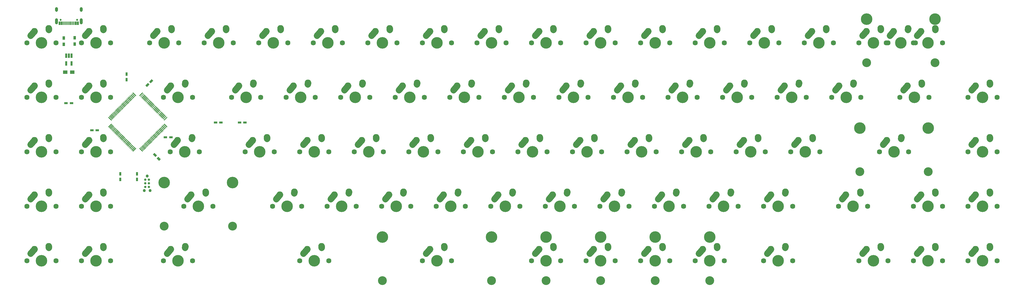
<source format=gbs>
G04 #@! TF.FileFunction,Soldermask,Bot*
%FSLAX46Y46*%
G04 Gerber Fmt 4.6, Leading zero omitted, Abs format (unit mm)*
G04 Created by KiCad (PCBNEW 4.0.7) date 05/14/18 18:10:09*
%MOMM*%
%LPD*%
G01*
G04 APERTURE LIST*
%ADD10C,0.100000*%
%ADD11C,2.290000*%
%ADD12C,2.290000*%
%ADD13C,4.027800*%
%ADD14C,1.790000*%
%ADD15R,1.540000X1.290000*%
%ADD16R,0.790000X1.240000*%
%ADD17R,1.240000X0.790000*%
%ADD18C,0.824860*%
%ADD19C,1.028060*%
%ADD20C,1.025520*%
%ADD21R,0.340000X1.190000*%
%ADD22R,0.640000X1.190000*%
%ADD23O,1.040000X2.140000*%
%ADD24C,0.690000*%
%ADD25O,1.040000X1.640000*%
%ADD26C,3.088000*%
%ADD27R,0.940000X1.240000*%
%ADD28R,0.690000X1.600000*%
G04 APERTURE END LIST*
D10*
D11*
X707350000Y-276487500D02*
X707390000Y-275907500D01*
D12*
X707390000Y-275907500D03*
D11*
X701040000Y-278447500D02*
X702350002Y-276987500D01*
D13*
X704850000Y-280987500D03*
D12*
X702350000Y-276987500D03*
D14*
X699770000Y-280987500D03*
X709930000Y-280987500D03*
D11*
X597812500Y-276487500D02*
X597852500Y-275907500D01*
D12*
X597852500Y-275907500D03*
D11*
X591502500Y-278447500D02*
X592812502Y-276987500D01*
D13*
X595312500Y-280987500D03*
D12*
X592812500Y-276987500D03*
D14*
X590232500Y-280987500D03*
X600392500Y-280987500D03*
D11*
X578762500Y-276487500D02*
X578802500Y-275907500D01*
D12*
X578802500Y-275907500D03*
D11*
X572452500Y-278447500D02*
X573762502Y-276987500D01*
D13*
X576262500Y-280987500D03*
D12*
X573762500Y-276987500D03*
D14*
X571182500Y-280987500D03*
X581342500Y-280987500D03*
D10*
G36*
X427273654Y-261902043D02*
X427033238Y-261661627D01*
X428122182Y-260572683D01*
X428362598Y-260813099D01*
X427273654Y-261902043D01*
X427273654Y-261902043D01*
G37*
G36*
X426920101Y-261548490D02*
X426679685Y-261308074D01*
X427768629Y-260219130D01*
X428009045Y-260459546D01*
X426920101Y-261548490D01*
X426920101Y-261548490D01*
G37*
G36*
X426566548Y-261194936D02*
X426326132Y-260954520D01*
X427415076Y-259865576D01*
X427655492Y-260105992D01*
X426566548Y-261194936D01*
X426566548Y-261194936D01*
G37*
G36*
X426212994Y-260841383D02*
X425972578Y-260600967D01*
X427061522Y-259512023D01*
X427301938Y-259752439D01*
X426212994Y-260841383D01*
X426212994Y-260841383D01*
G37*
G36*
X425859441Y-260487829D02*
X425619025Y-260247413D01*
X426707969Y-259158469D01*
X426948385Y-259398885D01*
X425859441Y-260487829D01*
X425859441Y-260487829D01*
G37*
G36*
X425505888Y-260134276D02*
X425265472Y-259893860D01*
X426354416Y-258804916D01*
X426594832Y-259045332D01*
X425505888Y-260134276D01*
X425505888Y-260134276D01*
G37*
G36*
X425152334Y-259780723D02*
X424911918Y-259540307D01*
X426000862Y-258451363D01*
X426241278Y-258691779D01*
X425152334Y-259780723D01*
X425152334Y-259780723D01*
G37*
G36*
X424798781Y-259427169D02*
X424558365Y-259186753D01*
X425647309Y-258097809D01*
X425887725Y-258338225D01*
X424798781Y-259427169D01*
X424798781Y-259427169D01*
G37*
G36*
X424445227Y-259073616D02*
X424204811Y-258833200D01*
X425293755Y-257744256D01*
X425534171Y-257984672D01*
X424445227Y-259073616D01*
X424445227Y-259073616D01*
G37*
G36*
X424091674Y-258720062D02*
X423851258Y-258479646D01*
X424940202Y-257390702D01*
X425180618Y-257631118D01*
X424091674Y-258720062D01*
X424091674Y-258720062D01*
G37*
G36*
X423738121Y-258366509D02*
X423497705Y-258126093D01*
X424586649Y-257037149D01*
X424827065Y-257277565D01*
X423738121Y-258366509D01*
X423738121Y-258366509D01*
G37*
G36*
X423384567Y-258012956D02*
X423144151Y-257772540D01*
X424233095Y-256683596D01*
X424473511Y-256924012D01*
X423384567Y-258012956D01*
X423384567Y-258012956D01*
G37*
G36*
X423031014Y-257659402D02*
X422790598Y-257418986D01*
X423879542Y-256330042D01*
X424119958Y-256570458D01*
X423031014Y-257659402D01*
X423031014Y-257659402D01*
G37*
G36*
X422677460Y-257305849D02*
X422437044Y-257065433D01*
X423525988Y-255976489D01*
X423766404Y-256216905D01*
X422677460Y-257305849D01*
X422677460Y-257305849D01*
G37*
G36*
X422323907Y-256952295D02*
X422083491Y-256711879D01*
X423172435Y-255622935D01*
X423412851Y-255863351D01*
X422323907Y-256952295D01*
X422323907Y-256952295D01*
G37*
G36*
X421970354Y-256598742D02*
X421729938Y-256358326D01*
X422818882Y-255269382D01*
X423059298Y-255509798D01*
X421970354Y-256598742D01*
X421970354Y-256598742D01*
G37*
G36*
X421616800Y-256245189D02*
X421376384Y-256004773D01*
X422465328Y-254915829D01*
X422705744Y-255156245D01*
X421616800Y-256245189D01*
X421616800Y-256245189D01*
G37*
G36*
X421263247Y-255891635D02*
X421022831Y-255651219D01*
X422111775Y-254562275D01*
X422352191Y-254802691D01*
X421263247Y-255891635D01*
X421263247Y-255891635D01*
G37*
G36*
X420909693Y-255538082D02*
X420669277Y-255297666D01*
X421758221Y-254208722D01*
X421998637Y-254449138D01*
X420909693Y-255538082D01*
X420909693Y-255538082D01*
G37*
G36*
X420556140Y-255184528D02*
X420315724Y-254944112D01*
X421404668Y-253855168D01*
X421645084Y-254095584D01*
X420556140Y-255184528D01*
X420556140Y-255184528D01*
G37*
G36*
X420202587Y-254830975D02*
X419962171Y-254590559D01*
X421051115Y-253501615D01*
X421291531Y-253742031D01*
X420202587Y-254830975D01*
X420202587Y-254830975D01*
G37*
G36*
X419849033Y-254477422D02*
X419608617Y-254237006D01*
X420697561Y-253148062D01*
X420937977Y-253388478D01*
X419849033Y-254477422D01*
X419849033Y-254477422D01*
G37*
G36*
X419495480Y-254123868D02*
X419255064Y-253883452D01*
X420344008Y-252794508D01*
X420584424Y-253034924D01*
X419495480Y-254123868D01*
X419495480Y-254123868D01*
G37*
G36*
X419141926Y-253770315D02*
X418901510Y-253529899D01*
X419990454Y-252440955D01*
X420230870Y-252681371D01*
X419141926Y-253770315D01*
X419141926Y-253770315D01*
G37*
G36*
X418788373Y-253416762D02*
X418547957Y-253176346D01*
X419636901Y-252087402D01*
X419877317Y-252327818D01*
X418788373Y-253416762D01*
X418788373Y-253416762D01*
G37*
G36*
X418547957Y-249923654D02*
X418788373Y-249683238D01*
X419877317Y-250772182D01*
X419636901Y-251012598D01*
X418547957Y-249923654D01*
X418547957Y-249923654D01*
G37*
G36*
X418901510Y-249570101D02*
X419141926Y-249329685D01*
X420230870Y-250418629D01*
X419990454Y-250659045D01*
X418901510Y-249570101D01*
X418901510Y-249570101D01*
G37*
G36*
X419255064Y-249216548D02*
X419495480Y-248976132D01*
X420584424Y-250065076D01*
X420344008Y-250305492D01*
X419255064Y-249216548D01*
X419255064Y-249216548D01*
G37*
G36*
X419608617Y-248862994D02*
X419849033Y-248622578D01*
X420937977Y-249711522D01*
X420697561Y-249951938D01*
X419608617Y-248862994D01*
X419608617Y-248862994D01*
G37*
G36*
X419962171Y-248509441D02*
X420202587Y-248269025D01*
X421291531Y-249357969D01*
X421051115Y-249598385D01*
X419962171Y-248509441D01*
X419962171Y-248509441D01*
G37*
G36*
X420315724Y-248155888D02*
X420556140Y-247915472D01*
X421645084Y-249004416D01*
X421404668Y-249244832D01*
X420315724Y-248155888D01*
X420315724Y-248155888D01*
G37*
G36*
X420669277Y-247802334D02*
X420909693Y-247561918D01*
X421998637Y-248650862D01*
X421758221Y-248891278D01*
X420669277Y-247802334D01*
X420669277Y-247802334D01*
G37*
G36*
X421022831Y-247448781D02*
X421263247Y-247208365D01*
X422352191Y-248297309D01*
X422111775Y-248537725D01*
X421022831Y-247448781D01*
X421022831Y-247448781D01*
G37*
G36*
X421376384Y-247095227D02*
X421616800Y-246854811D01*
X422705744Y-247943755D01*
X422465328Y-248184171D01*
X421376384Y-247095227D01*
X421376384Y-247095227D01*
G37*
G36*
X421729938Y-246741674D02*
X421970354Y-246501258D01*
X423059298Y-247590202D01*
X422818882Y-247830618D01*
X421729938Y-246741674D01*
X421729938Y-246741674D01*
G37*
G36*
X422083491Y-246388121D02*
X422323907Y-246147705D01*
X423412851Y-247236649D01*
X423172435Y-247477065D01*
X422083491Y-246388121D01*
X422083491Y-246388121D01*
G37*
G36*
X422437044Y-246034567D02*
X422677460Y-245794151D01*
X423766404Y-246883095D01*
X423525988Y-247123511D01*
X422437044Y-246034567D01*
X422437044Y-246034567D01*
G37*
G36*
X422790598Y-245681014D02*
X423031014Y-245440598D01*
X424119958Y-246529542D01*
X423879542Y-246769958D01*
X422790598Y-245681014D01*
X422790598Y-245681014D01*
G37*
G36*
X423144151Y-245327460D02*
X423384567Y-245087044D01*
X424473511Y-246175988D01*
X424233095Y-246416404D01*
X423144151Y-245327460D01*
X423144151Y-245327460D01*
G37*
G36*
X423497705Y-244973907D02*
X423738121Y-244733491D01*
X424827065Y-245822435D01*
X424586649Y-246062851D01*
X423497705Y-244973907D01*
X423497705Y-244973907D01*
G37*
G36*
X423851258Y-244620354D02*
X424091674Y-244379938D01*
X425180618Y-245468882D01*
X424940202Y-245709298D01*
X423851258Y-244620354D01*
X423851258Y-244620354D01*
G37*
G36*
X424204811Y-244266800D02*
X424445227Y-244026384D01*
X425534171Y-245115328D01*
X425293755Y-245355744D01*
X424204811Y-244266800D01*
X424204811Y-244266800D01*
G37*
G36*
X424558365Y-243913247D02*
X424798781Y-243672831D01*
X425887725Y-244761775D01*
X425647309Y-245002191D01*
X424558365Y-243913247D01*
X424558365Y-243913247D01*
G37*
G36*
X424911918Y-243559693D02*
X425152334Y-243319277D01*
X426241278Y-244408221D01*
X426000862Y-244648637D01*
X424911918Y-243559693D01*
X424911918Y-243559693D01*
G37*
G36*
X425265472Y-243206140D02*
X425505888Y-242965724D01*
X426594832Y-244054668D01*
X426354416Y-244295084D01*
X425265472Y-243206140D01*
X425265472Y-243206140D01*
G37*
G36*
X425619025Y-242852587D02*
X425859441Y-242612171D01*
X426948385Y-243701115D01*
X426707969Y-243941531D01*
X425619025Y-242852587D01*
X425619025Y-242852587D01*
G37*
G36*
X425972578Y-242499033D02*
X426212994Y-242258617D01*
X427301938Y-243347561D01*
X427061522Y-243587977D01*
X425972578Y-242499033D01*
X425972578Y-242499033D01*
G37*
G36*
X426326132Y-242145480D02*
X426566548Y-241905064D01*
X427655492Y-242994008D01*
X427415076Y-243234424D01*
X426326132Y-242145480D01*
X426326132Y-242145480D01*
G37*
G36*
X426679685Y-241791926D02*
X426920101Y-241551510D01*
X428009045Y-242640454D01*
X427768629Y-242880870D01*
X426679685Y-241791926D01*
X426679685Y-241791926D01*
G37*
G36*
X427033238Y-241438373D02*
X427273654Y-241197957D01*
X428362598Y-242286901D01*
X428122182Y-242527317D01*
X427033238Y-241438373D01*
X427033238Y-241438373D01*
G37*
G36*
X429677818Y-242527317D02*
X429437402Y-242286901D01*
X430526346Y-241197957D01*
X430766762Y-241438373D01*
X429677818Y-242527317D01*
X429677818Y-242527317D01*
G37*
G36*
X430031371Y-242880870D02*
X429790955Y-242640454D01*
X430879899Y-241551510D01*
X431120315Y-241791926D01*
X430031371Y-242880870D01*
X430031371Y-242880870D01*
G37*
G36*
X430384924Y-243234424D02*
X430144508Y-242994008D01*
X431233452Y-241905064D01*
X431473868Y-242145480D01*
X430384924Y-243234424D01*
X430384924Y-243234424D01*
G37*
G36*
X430738478Y-243587977D02*
X430498062Y-243347561D01*
X431587006Y-242258617D01*
X431827422Y-242499033D01*
X430738478Y-243587977D01*
X430738478Y-243587977D01*
G37*
G36*
X431092031Y-243941531D02*
X430851615Y-243701115D01*
X431940559Y-242612171D01*
X432180975Y-242852587D01*
X431092031Y-243941531D01*
X431092031Y-243941531D01*
G37*
G36*
X431445584Y-244295084D02*
X431205168Y-244054668D01*
X432294112Y-242965724D01*
X432534528Y-243206140D01*
X431445584Y-244295084D01*
X431445584Y-244295084D01*
G37*
G36*
X431799138Y-244648637D02*
X431558722Y-244408221D01*
X432647666Y-243319277D01*
X432888082Y-243559693D01*
X431799138Y-244648637D01*
X431799138Y-244648637D01*
G37*
G36*
X432152691Y-245002191D02*
X431912275Y-244761775D01*
X433001219Y-243672831D01*
X433241635Y-243913247D01*
X432152691Y-245002191D01*
X432152691Y-245002191D01*
G37*
G36*
X432506245Y-245355744D02*
X432265829Y-245115328D01*
X433354773Y-244026384D01*
X433595189Y-244266800D01*
X432506245Y-245355744D01*
X432506245Y-245355744D01*
G37*
G36*
X432859798Y-245709298D02*
X432619382Y-245468882D01*
X433708326Y-244379938D01*
X433948742Y-244620354D01*
X432859798Y-245709298D01*
X432859798Y-245709298D01*
G37*
G36*
X433213351Y-246062851D02*
X432972935Y-245822435D01*
X434061879Y-244733491D01*
X434302295Y-244973907D01*
X433213351Y-246062851D01*
X433213351Y-246062851D01*
G37*
G36*
X433566905Y-246416404D02*
X433326489Y-246175988D01*
X434415433Y-245087044D01*
X434655849Y-245327460D01*
X433566905Y-246416404D01*
X433566905Y-246416404D01*
G37*
G36*
X433920458Y-246769958D02*
X433680042Y-246529542D01*
X434768986Y-245440598D01*
X435009402Y-245681014D01*
X433920458Y-246769958D01*
X433920458Y-246769958D01*
G37*
G36*
X434274012Y-247123511D02*
X434033596Y-246883095D01*
X435122540Y-245794151D01*
X435362956Y-246034567D01*
X434274012Y-247123511D01*
X434274012Y-247123511D01*
G37*
G36*
X434627565Y-247477065D02*
X434387149Y-247236649D01*
X435476093Y-246147705D01*
X435716509Y-246388121D01*
X434627565Y-247477065D01*
X434627565Y-247477065D01*
G37*
G36*
X434981118Y-247830618D02*
X434740702Y-247590202D01*
X435829646Y-246501258D01*
X436070062Y-246741674D01*
X434981118Y-247830618D01*
X434981118Y-247830618D01*
G37*
G36*
X435334672Y-248184171D02*
X435094256Y-247943755D01*
X436183200Y-246854811D01*
X436423616Y-247095227D01*
X435334672Y-248184171D01*
X435334672Y-248184171D01*
G37*
G36*
X435688225Y-248537725D02*
X435447809Y-248297309D01*
X436536753Y-247208365D01*
X436777169Y-247448781D01*
X435688225Y-248537725D01*
X435688225Y-248537725D01*
G37*
G36*
X436041779Y-248891278D02*
X435801363Y-248650862D01*
X436890307Y-247561918D01*
X437130723Y-247802334D01*
X436041779Y-248891278D01*
X436041779Y-248891278D01*
G37*
G36*
X436395332Y-249244832D02*
X436154916Y-249004416D01*
X437243860Y-247915472D01*
X437484276Y-248155888D01*
X436395332Y-249244832D01*
X436395332Y-249244832D01*
G37*
G36*
X436748885Y-249598385D02*
X436508469Y-249357969D01*
X437597413Y-248269025D01*
X437837829Y-248509441D01*
X436748885Y-249598385D01*
X436748885Y-249598385D01*
G37*
G36*
X437102439Y-249951938D02*
X436862023Y-249711522D01*
X437950967Y-248622578D01*
X438191383Y-248862994D01*
X437102439Y-249951938D01*
X437102439Y-249951938D01*
G37*
G36*
X437455992Y-250305492D02*
X437215576Y-250065076D01*
X438304520Y-248976132D01*
X438544936Y-249216548D01*
X437455992Y-250305492D01*
X437455992Y-250305492D01*
G37*
G36*
X437809546Y-250659045D02*
X437569130Y-250418629D01*
X438658074Y-249329685D01*
X438898490Y-249570101D01*
X437809546Y-250659045D01*
X437809546Y-250659045D01*
G37*
G36*
X438163099Y-251012598D02*
X437922683Y-250772182D01*
X439011627Y-249683238D01*
X439252043Y-249923654D01*
X438163099Y-251012598D01*
X438163099Y-251012598D01*
G37*
G36*
X437922683Y-252327818D02*
X438163099Y-252087402D01*
X439252043Y-253176346D01*
X439011627Y-253416762D01*
X437922683Y-252327818D01*
X437922683Y-252327818D01*
G37*
G36*
X437569130Y-252681371D02*
X437809546Y-252440955D01*
X438898490Y-253529899D01*
X438658074Y-253770315D01*
X437569130Y-252681371D01*
X437569130Y-252681371D01*
G37*
G36*
X437215576Y-253034924D02*
X437455992Y-252794508D01*
X438544936Y-253883452D01*
X438304520Y-254123868D01*
X437215576Y-253034924D01*
X437215576Y-253034924D01*
G37*
G36*
X436862023Y-253388478D02*
X437102439Y-253148062D01*
X438191383Y-254237006D01*
X437950967Y-254477422D01*
X436862023Y-253388478D01*
X436862023Y-253388478D01*
G37*
G36*
X436508469Y-253742031D02*
X436748885Y-253501615D01*
X437837829Y-254590559D01*
X437597413Y-254830975D01*
X436508469Y-253742031D01*
X436508469Y-253742031D01*
G37*
G36*
X436154916Y-254095584D02*
X436395332Y-253855168D01*
X437484276Y-254944112D01*
X437243860Y-255184528D01*
X436154916Y-254095584D01*
X436154916Y-254095584D01*
G37*
G36*
X435801363Y-254449138D02*
X436041779Y-254208722D01*
X437130723Y-255297666D01*
X436890307Y-255538082D01*
X435801363Y-254449138D01*
X435801363Y-254449138D01*
G37*
G36*
X435447809Y-254802691D02*
X435688225Y-254562275D01*
X436777169Y-255651219D01*
X436536753Y-255891635D01*
X435447809Y-254802691D01*
X435447809Y-254802691D01*
G37*
G36*
X435094256Y-255156245D02*
X435334672Y-254915829D01*
X436423616Y-256004773D01*
X436183200Y-256245189D01*
X435094256Y-255156245D01*
X435094256Y-255156245D01*
G37*
G36*
X434740702Y-255509798D02*
X434981118Y-255269382D01*
X436070062Y-256358326D01*
X435829646Y-256598742D01*
X434740702Y-255509798D01*
X434740702Y-255509798D01*
G37*
G36*
X434387149Y-255863351D02*
X434627565Y-255622935D01*
X435716509Y-256711879D01*
X435476093Y-256952295D01*
X434387149Y-255863351D01*
X434387149Y-255863351D01*
G37*
G36*
X434033596Y-256216905D02*
X434274012Y-255976489D01*
X435362956Y-257065433D01*
X435122540Y-257305849D01*
X434033596Y-256216905D01*
X434033596Y-256216905D01*
G37*
G36*
X433680042Y-256570458D02*
X433920458Y-256330042D01*
X435009402Y-257418986D01*
X434768986Y-257659402D01*
X433680042Y-256570458D01*
X433680042Y-256570458D01*
G37*
G36*
X433326489Y-256924012D02*
X433566905Y-256683596D01*
X434655849Y-257772540D01*
X434415433Y-258012956D01*
X433326489Y-256924012D01*
X433326489Y-256924012D01*
G37*
G36*
X432972935Y-257277565D02*
X433213351Y-257037149D01*
X434302295Y-258126093D01*
X434061879Y-258366509D01*
X432972935Y-257277565D01*
X432972935Y-257277565D01*
G37*
G36*
X432619382Y-257631118D02*
X432859798Y-257390702D01*
X433948742Y-258479646D01*
X433708326Y-258720062D01*
X432619382Y-257631118D01*
X432619382Y-257631118D01*
G37*
G36*
X432265829Y-257984672D02*
X432506245Y-257744256D01*
X433595189Y-258833200D01*
X433354773Y-259073616D01*
X432265829Y-257984672D01*
X432265829Y-257984672D01*
G37*
G36*
X431912275Y-258338225D02*
X432152691Y-258097809D01*
X433241635Y-259186753D01*
X433001219Y-259427169D01*
X431912275Y-258338225D01*
X431912275Y-258338225D01*
G37*
G36*
X431558722Y-258691779D02*
X431799138Y-258451363D01*
X432888082Y-259540307D01*
X432647666Y-259780723D01*
X431558722Y-258691779D01*
X431558722Y-258691779D01*
G37*
G36*
X431205168Y-259045332D02*
X431445584Y-258804916D01*
X432534528Y-259893860D01*
X432294112Y-260134276D01*
X431205168Y-259045332D01*
X431205168Y-259045332D01*
G37*
G36*
X430851615Y-259398885D02*
X431092031Y-259158469D01*
X432180975Y-260247413D01*
X431940559Y-260487829D01*
X430851615Y-259398885D01*
X430851615Y-259398885D01*
G37*
G36*
X430498062Y-259752439D02*
X430738478Y-259512023D01*
X431827422Y-260600967D01*
X431587006Y-260841383D01*
X430498062Y-259752439D01*
X430498062Y-259752439D01*
G37*
G36*
X430144508Y-260105992D02*
X430384924Y-259865576D01*
X431473868Y-260954520D01*
X431233452Y-261194936D01*
X430144508Y-260105992D01*
X430144508Y-260105992D01*
G37*
G36*
X429790955Y-260459546D02*
X430031371Y-260219130D01*
X431120315Y-261308074D01*
X430879899Y-261548490D01*
X429790955Y-260459546D01*
X429790955Y-260459546D01*
G37*
G36*
X429437402Y-260813099D02*
X429677818Y-260572683D01*
X430766762Y-261661627D01*
X430526346Y-261902043D01*
X429437402Y-260813099D01*
X429437402Y-260813099D01*
G37*
D11*
X397787500Y-219337500D02*
X397827500Y-218757500D01*
D12*
X397827500Y-218757500D03*
D11*
X391477500Y-221297500D02*
X392787502Y-219837500D01*
D13*
X395287500Y-223837500D03*
D12*
X392787500Y-219837500D03*
D14*
X390207500Y-223837500D03*
X400367500Y-223837500D03*
D11*
X447793750Y-257437500D02*
X447833750Y-256857500D01*
D12*
X447833750Y-256857500D03*
D11*
X441483750Y-259397500D02*
X442793752Y-257937500D01*
D13*
X445293750Y-261937500D03*
D12*
X442793750Y-257937500D03*
D14*
X440213750Y-261937500D03*
X450373750Y-261937500D03*
D11*
X397787500Y-238387500D02*
X397827500Y-237807500D01*
D12*
X397827500Y-237807500D03*
D11*
X391477500Y-240347500D02*
X392787502Y-238887500D01*
D13*
X395287500Y-242887500D03*
D12*
X392787500Y-238887500D03*
D14*
X390207500Y-242887500D03*
X400367500Y-242887500D03*
D11*
X445412500Y-238387500D02*
X445452500Y-237807500D01*
D12*
X445452500Y-237807500D03*
D11*
X439102500Y-240347500D02*
X440412502Y-238887500D01*
D13*
X442912500Y-242887500D03*
D12*
X440412500Y-238887500D03*
D14*
X437832500Y-242887500D03*
X447992500Y-242887500D03*
D15*
X406050000Y-234080000D03*
X403550000Y-234080000D03*
D16*
X428660000Y-269720000D03*
X428660000Y-271620000D03*
X422820000Y-269690000D03*
X422820000Y-271590000D03*
D17*
X440450000Y-256890000D03*
X438550000Y-256890000D03*
X414790000Y-254450000D03*
X412890000Y-254450000D03*
X457940000Y-251740000D03*
X456040000Y-251740000D03*
D10*
G36*
X436931215Y-264562601D02*
X436372601Y-265121215D01*
X435495789Y-264244403D01*
X436054403Y-263685789D01*
X436931215Y-264562601D01*
X436931215Y-264562601D01*
G37*
G36*
X435587713Y-263219099D02*
X435029099Y-263777713D01*
X434152287Y-262900901D01*
X434710901Y-262342287D01*
X435587713Y-263219099D01*
X435587713Y-263219099D01*
G37*
D17*
X403850000Y-244920000D03*
X405750000Y-244920000D03*
X464420000Y-251750000D03*
X466320000Y-251750000D03*
D10*
G36*
X433760850Y-236540536D02*
X434319464Y-237099150D01*
X433442652Y-237975962D01*
X432884038Y-237417348D01*
X433760850Y-236540536D01*
X433760850Y-236540536D01*
G37*
G36*
X432417348Y-237884038D02*
X432975962Y-238442652D01*
X432099150Y-239319464D01*
X431540536Y-238760850D01*
X432417348Y-237884038D01*
X432417348Y-237884038D01*
G37*
D16*
X425020000Y-234810000D03*
X425020000Y-236710000D03*
D18*
X432820000Y-271720000D03*
X431550000Y-271720000D03*
X432820000Y-272990000D03*
X431550000Y-272990000D03*
X432820000Y-274260000D03*
X431550000Y-274260000D03*
D19*
X432185000Y-270450000D03*
D20*
X431169000Y-275530000D03*
X433201000Y-275530000D03*
D21*
X404562500Y-216995000D03*
D22*
X408012500Y-216995000D03*
X407212500Y-216995000D03*
X402412500Y-216995000D03*
D23*
X400492500Y-216330000D03*
D24*
X401922500Y-215830000D03*
D23*
X409132500Y-216330000D03*
D25*
X400492500Y-212150000D03*
X409132500Y-212150000D03*
D22*
X401612500Y-216995000D03*
D24*
X407702500Y-215830000D03*
D21*
X405062500Y-216995000D03*
X405562500Y-216995000D03*
X406062500Y-216995000D03*
X406562500Y-216995000D03*
X404062500Y-216995000D03*
X403562500Y-216995000D03*
X403062500Y-216995000D03*
D11*
X416837500Y-219337500D02*
X416877500Y-218757500D01*
D12*
X416877500Y-218757500D03*
D11*
X410527500Y-221297500D02*
X411837502Y-219837500D01*
D13*
X414337500Y-223837500D03*
D12*
X411837500Y-219837500D03*
D14*
X409257500Y-223837500D03*
X419417500Y-223837500D03*
D11*
X440650000Y-219337500D02*
X440690000Y-218757500D01*
D12*
X440690000Y-218757500D03*
D11*
X434340000Y-221297500D02*
X435650002Y-219837500D01*
D13*
X438150000Y-223837500D03*
D12*
X435650000Y-219837500D03*
D14*
X433070000Y-223837500D03*
X443230000Y-223837500D03*
D11*
X459700000Y-219337500D02*
X459740000Y-218757500D01*
D12*
X459740000Y-218757500D03*
D11*
X453390000Y-221297500D02*
X454700002Y-219837500D01*
D13*
X457200000Y-223837500D03*
D12*
X454700000Y-219837500D03*
D14*
X452120000Y-223837500D03*
X462280000Y-223837500D03*
D11*
X478750000Y-219337500D02*
X478790000Y-218757500D01*
D12*
X478790000Y-218757500D03*
D11*
X472440000Y-221297500D02*
X473750002Y-219837500D01*
D13*
X476250000Y-223837500D03*
D12*
X473750000Y-219837500D03*
D14*
X471170000Y-223837500D03*
X481330000Y-223837500D03*
D11*
X497800000Y-219337500D02*
X497840000Y-218757500D01*
D12*
X497840000Y-218757500D03*
D11*
X491490000Y-221297500D02*
X492800002Y-219837500D01*
D13*
X495300000Y-223837500D03*
D12*
X492800000Y-219837500D03*
D14*
X490220000Y-223837500D03*
X500380000Y-223837500D03*
D11*
X516850000Y-219337500D02*
X516890000Y-218757500D01*
D12*
X516890000Y-218757500D03*
D11*
X510540000Y-221297500D02*
X511850002Y-219837500D01*
D13*
X514350000Y-223837500D03*
D12*
X511850000Y-219837500D03*
D14*
X509270000Y-223837500D03*
X519430000Y-223837500D03*
D11*
X535900000Y-219337500D02*
X535940000Y-218757500D01*
D12*
X535940000Y-218757500D03*
D11*
X529590000Y-221297500D02*
X530900002Y-219837500D01*
D13*
X533400000Y-223837500D03*
D12*
X530900000Y-219837500D03*
D14*
X528320000Y-223837500D03*
X538480000Y-223837500D03*
D11*
X554950000Y-219337500D02*
X554990000Y-218757500D01*
D12*
X554990000Y-218757500D03*
D11*
X548640000Y-221297500D02*
X549950002Y-219837500D01*
D13*
X552450000Y-223837500D03*
D12*
X549950000Y-219837500D03*
D14*
X547370000Y-223837500D03*
X557530000Y-223837500D03*
D11*
X574000000Y-219337500D02*
X574040000Y-218757500D01*
D12*
X574040000Y-218757500D03*
D11*
X567690000Y-221297500D02*
X569000002Y-219837500D01*
D13*
X571500000Y-223837500D03*
D12*
X569000000Y-219837500D03*
D14*
X566420000Y-223837500D03*
X576580000Y-223837500D03*
D11*
X593050000Y-219337500D02*
X593090000Y-218757500D01*
D12*
X593090000Y-218757500D03*
D11*
X586740000Y-221297500D02*
X588050002Y-219837500D01*
D13*
X590550000Y-223837500D03*
D12*
X588050000Y-219837500D03*
D14*
X585470000Y-223837500D03*
X595630000Y-223837500D03*
D11*
X612100000Y-219337500D02*
X612140000Y-218757500D01*
D12*
X612140000Y-218757500D03*
D11*
X605790000Y-221297500D02*
X607100002Y-219837500D01*
D13*
X609600000Y-223837500D03*
D12*
X607100000Y-219837500D03*
D14*
X604520000Y-223837500D03*
X614680000Y-223837500D03*
D11*
X631150000Y-219337500D02*
X631190000Y-218757500D01*
D12*
X631190000Y-218757500D03*
D11*
X624840000Y-221297500D02*
X626150002Y-219837500D01*
D13*
X628650000Y-223837500D03*
D12*
X626150000Y-219837500D03*
D14*
X623570000Y-223837500D03*
X633730000Y-223837500D03*
D11*
X650200000Y-219337500D02*
X650240000Y-218757500D01*
D12*
X650240000Y-218757500D03*
D11*
X643890000Y-221297500D02*
X645200002Y-219837500D01*
D13*
X647700000Y-223837500D03*
D12*
X645200000Y-219837500D03*
D14*
X642620000Y-223837500D03*
X652780000Y-223837500D03*
D11*
X669250000Y-219337500D02*
X669290000Y-218757500D01*
D12*
X669290000Y-218757500D03*
D11*
X662940000Y-221297500D02*
X664250002Y-219837500D01*
D13*
X666750000Y-223837500D03*
D12*
X664250000Y-219837500D03*
D14*
X661670000Y-223837500D03*
X671830000Y-223837500D03*
D11*
X688300000Y-219337500D02*
X688340000Y-218757500D01*
D12*
X688340000Y-218757500D03*
D11*
X681990000Y-221297500D02*
X683300002Y-219837500D01*
D13*
X685800000Y-223837500D03*
D12*
X683300000Y-219837500D03*
D14*
X680720000Y-223837500D03*
X690880000Y-223837500D03*
D11*
X707350000Y-219337500D02*
X707390000Y-218757500D01*
D12*
X707390000Y-218757500D03*
D11*
X701040000Y-221297500D02*
X702350002Y-219837500D01*
D13*
X704850000Y-223837500D03*
D12*
X702350000Y-219837500D03*
D14*
X699770000Y-223837500D03*
X709930000Y-223837500D03*
D11*
X697825000Y-219337500D02*
X697865000Y-218757500D01*
D12*
X697865000Y-218757500D03*
D11*
X691515000Y-221297500D02*
X692825002Y-219837500D01*
D13*
X695325000Y-223837500D03*
D12*
X692825000Y-219837500D03*
D14*
X690245000Y-223837500D03*
X700405000Y-223837500D03*
D26*
X683387000Y-230822500D03*
X707263000Y-230822500D03*
D13*
X683387000Y-215582500D03*
X707263000Y-215582500D03*
D11*
X416837500Y-238387500D02*
X416877500Y-237807500D01*
D12*
X416877500Y-237807500D03*
D11*
X410527500Y-240347500D02*
X411837502Y-238887500D01*
D13*
X414337500Y-242887500D03*
D12*
X411837500Y-238887500D03*
D14*
X409257500Y-242887500D03*
X419417500Y-242887500D03*
D11*
X469225000Y-238387500D02*
X469265000Y-237807500D01*
D12*
X469265000Y-237807500D03*
D11*
X462915000Y-240347500D02*
X464225002Y-238887500D01*
D13*
X466725000Y-242887500D03*
D12*
X464225000Y-238887500D03*
D14*
X461645000Y-242887500D03*
X471805000Y-242887500D03*
D11*
X488275000Y-238387500D02*
X488315000Y-237807500D01*
D12*
X488315000Y-237807500D03*
D11*
X481965000Y-240347500D02*
X483275002Y-238887500D01*
D13*
X485775000Y-242887500D03*
D12*
X483275000Y-238887500D03*
D14*
X480695000Y-242887500D03*
X490855000Y-242887500D03*
D11*
X507325000Y-238387500D02*
X507365000Y-237807500D01*
D12*
X507365000Y-237807500D03*
D11*
X501015000Y-240347500D02*
X502325002Y-238887500D01*
D13*
X504825000Y-242887500D03*
D12*
X502325000Y-238887500D03*
D14*
X499745000Y-242887500D03*
X509905000Y-242887500D03*
D11*
X526375000Y-238387500D02*
X526415000Y-237807500D01*
D12*
X526415000Y-237807500D03*
D11*
X520065000Y-240347500D02*
X521375002Y-238887500D01*
D13*
X523875000Y-242887500D03*
D12*
X521375000Y-238887500D03*
D14*
X518795000Y-242887500D03*
X528955000Y-242887500D03*
D11*
X545425000Y-238387500D02*
X545465000Y-237807500D01*
D12*
X545465000Y-237807500D03*
D11*
X539115000Y-240347500D02*
X540425002Y-238887500D01*
D13*
X542925000Y-242887500D03*
D12*
X540425000Y-238887500D03*
D14*
X537845000Y-242887500D03*
X548005000Y-242887500D03*
D11*
X564475000Y-238387500D02*
X564515000Y-237807500D01*
D12*
X564515000Y-237807500D03*
D11*
X558165000Y-240347500D02*
X559475002Y-238887500D01*
D13*
X561975000Y-242887500D03*
D12*
X559475000Y-238887500D03*
D14*
X556895000Y-242887500D03*
X567055000Y-242887500D03*
D11*
X583525000Y-238387500D02*
X583565000Y-237807500D01*
D12*
X583565000Y-237807500D03*
D11*
X577215000Y-240347500D02*
X578525002Y-238887500D01*
D13*
X581025000Y-242887500D03*
D12*
X578525000Y-238887500D03*
D14*
X575945000Y-242887500D03*
X586105000Y-242887500D03*
D11*
X602575000Y-238387500D02*
X602615000Y-237807500D01*
D12*
X602615000Y-237807500D03*
D11*
X596265000Y-240347500D02*
X597575002Y-238887500D01*
D13*
X600075000Y-242887500D03*
D12*
X597575000Y-238887500D03*
D14*
X594995000Y-242887500D03*
X605155000Y-242887500D03*
D11*
X621625000Y-238387500D02*
X621665000Y-237807500D01*
D12*
X621665000Y-237807500D03*
D11*
X615315000Y-240347500D02*
X616625002Y-238887500D01*
D13*
X619125000Y-242887500D03*
D12*
X616625000Y-238887500D03*
D14*
X614045000Y-242887500D03*
X624205000Y-242887500D03*
D11*
X640675000Y-238387500D02*
X640715000Y-237807500D01*
D12*
X640715000Y-237807500D03*
D11*
X634365000Y-240347500D02*
X635675002Y-238887500D01*
D13*
X638175000Y-242887500D03*
D12*
X635675000Y-238887500D03*
D14*
X633095000Y-242887500D03*
X643255000Y-242887500D03*
D11*
X659725000Y-238387500D02*
X659765000Y-237807500D01*
D12*
X659765000Y-237807500D03*
D11*
X653415000Y-240347500D02*
X654725002Y-238887500D01*
D13*
X657225000Y-242887500D03*
D12*
X654725000Y-238887500D03*
D14*
X652145000Y-242887500D03*
X662305000Y-242887500D03*
D11*
X678775000Y-238387500D02*
X678815000Y-237807500D01*
D12*
X678815000Y-237807500D03*
D11*
X672465000Y-240347500D02*
X673775002Y-238887500D01*
D13*
X676275000Y-242887500D03*
D12*
X673775000Y-238887500D03*
D14*
X671195000Y-242887500D03*
X681355000Y-242887500D03*
D11*
X702587500Y-238387500D02*
X702627500Y-237807500D01*
D12*
X702627500Y-237807500D03*
D11*
X696277500Y-240347500D02*
X697587502Y-238887500D01*
D13*
X700087500Y-242887500D03*
D12*
X697587500Y-238887500D03*
D14*
X695007500Y-242887500D03*
X705167500Y-242887500D03*
D11*
X726400000Y-238387500D02*
X726440000Y-237807500D01*
D12*
X726440000Y-237807500D03*
D11*
X720090000Y-240347500D02*
X721400002Y-238887500D01*
D13*
X723900000Y-242887500D03*
D12*
X721400000Y-238887500D03*
D14*
X718820000Y-242887500D03*
X728980000Y-242887500D03*
D11*
X397787500Y-257437500D02*
X397827500Y-256857500D01*
D12*
X397827500Y-256857500D03*
D11*
X391477500Y-259397500D02*
X392787502Y-257937500D01*
D13*
X395287500Y-261937500D03*
D12*
X392787500Y-257937500D03*
D14*
X390207500Y-261937500D03*
X400367500Y-261937500D03*
D11*
X473987500Y-257437500D02*
X474027500Y-256857500D01*
D12*
X474027500Y-256857500D03*
D11*
X467677500Y-259397500D02*
X468987502Y-257937500D01*
D13*
X471487500Y-261937500D03*
D12*
X468987500Y-257937500D03*
D14*
X466407500Y-261937500D03*
X476567500Y-261937500D03*
D11*
X493037500Y-257437500D02*
X493077500Y-256857500D01*
D12*
X493077500Y-256857500D03*
D11*
X486727500Y-259397500D02*
X488037502Y-257937500D01*
D13*
X490537500Y-261937500D03*
D12*
X488037500Y-257937500D03*
D14*
X485457500Y-261937500D03*
X495617500Y-261937500D03*
D11*
X512087500Y-257437500D02*
X512127500Y-256857500D01*
D12*
X512127500Y-256857500D03*
D11*
X505777500Y-259397500D02*
X507087502Y-257937500D01*
D13*
X509587500Y-261937500D03*
D12*
X507087500Y-257937500D03*
D14*
X504507500Y-261937500D03*
X514667500Y-261937500D03*
D11*
X531137500Y-257437500D02*
X531177500Y-256857500D01*
D12*
X531177500Y-256857500D03*
D11*
X524827500Y-259397500D02*
X526137502Y-257937500D01*
D13*
X528637500Y-261937500D03*
D12*
X526137500Y-257937500D03*
D14*
X523557500Y-261937500D03*
X533717500Y-261937500D03*
D11*
X550187500Y-257437500D02*
X550227500Y-256857500D01*
D12*
X550227500Y-256857500D03*
D11*
X543877500Y-259397500D02*
X545187502Y-257937500D01*
D13*
X547687500Y-261937500D03*
D12*
X545187500Y-257937500D03*
D14*
X542607500Y-261937500D03*
X552767500Y-261937500D03*
D11*
X569237500Y-257437500D02*
X569277500Y-256857500D01*
D12*
X569277500Y-256857500D03*
D11*
X562927500Y-259397500D02*
X564237502Y-257937500D01*
D13*
X566737500Y-261937500D03*
D12*
X564237500Y-257937500D03*
D14*
X561657500Y-261937500D03*
X571817500Y-261937500D03*
D11*
X588287500Y-257437500D02*
X588327500Y-256857500D01*
D12*
X588327500Y-256857500D03*
D11*
X581977500Y-259397500D02*
X583287502Y-257937500D01*
D13*
X585787500Y-261937500D03*
D12*
X583287500Y-257937500D03*
D14*
X580707500Y-261937500D03*
X590867500Y-261937500D03*
D11*
X607337500Y-257437500D02*
X607377500Y-256857500D01*
D12*
X607377500Y-256857500D03*
D11*
X601027500Y-259397500D02*
X602337502Y-257937500D01*
D13*
X604837500Y-261937500D03*
D12*
X602337500Y-257937500D03*
D14*
X599757500Y-261937500D03*
X609917500Y-261937500D03*
D11*
X626387500Y-257437500D02*
X626427500Y-256857500D01*
D12*
X626427500Y-256857500D03*
D11*
X620077500Y-259397500D02*
X621387502Y-257937500D01*
D13*
X623887500Y-261937500D03*
D12*
X621387500Y-257937500D03*
D14*
X618807500Y-261937500D03*
X628967500Y-261937500D03*
D11*
X645437500Y-257437500D02*
X645477500Y-256857500D01*
D12*
X645477500Y-256857500D03*
D11*
X639127500Y-259397500D02*
X640437502Y-257937500D01*
D13*
X642937500Y-261937500D03*
D12*
X640437500Y-257937500D03*
D14*
X637857500Y-261937500D03*
X648017500Y-261937500D03*
D11*
X726400000Y-257437500D02*
X726440000Y-256857500D01*
D12*
X726440000Y-256857500D03*
D11*
X720090000Y-259397500D02*
X721400002Y-257937500D01*
D13*
X723900000Y-261937500D03*
D12*
X721400000Y-257937500D03*
D14*
X718820000Y-261937500D03*
X728980000Y-261937500D03*
D11*
X416837500Y-276487500D02*
X416877500Y-275907500D01*
D12*
X416877500Y-275907500D03*
D11*
X410527500Y-278447500D02*
X411837502Y-276987500D01*
D13*
X414337500Y-280987500D03*
D12*
X411837500Y-276987500D03*
D14*
X409257500Y-280987500D03*
X419417500Y-280987500D03*
D11*
X483512500Y-276487500D02*
X483552500Y-275907500D01*
D12*
X483552500Y-275907500D03*
D11*
X477202500Y-278447500D02*
X478512502Y-276987500D01*
D13*
X481012500Y-280987500D03*
D12*
X478512500Y-276987500D03*
D14*
X475932500Y-280987500D03*
X486092500Y-280987500D03*
D11*
X502562500Y-276487500D02*
X502602500Y-275907500D01*
D12*
X502602500Y-275907500D03*
D11*
X496252500Y-278447500D02*
X497562502Y-276987500D01*
D13*
X500062500Y-280987500D03*
D12*
X497562500Y-276987500D03*
D14*
X494982500Y-280987500D03*
X505142500Y-280987500D03*
D11*
X521612500Y-276487500D02*
X521652500Y-275907500D01*
D12*
X521652500Y-275907500D03*
D11*
X515302500Y-278447500D02*
X516612502Y-276987500D01*
D13*
X519112500Y-280987500D03*
D12*
X516612500Y-276987500D03*
D14*
X514032500Y-280987500D03*
X524192500Y-280987500D03*
D11*
X540662500Y-276487500D02*
X540702500Y-275907500D01*
D12*
X540702500Y-275907500D03*
D11*
X534352500Y-278447500D02*
X535662502Y-276987500D01*
D13*
X538162500Y-280987500D03*
D12*
X535662500Y-276987500D03*
D14*
X533082500Y-280987500D03*
X543242500Y-280987500D03*
D11*
X559712500Y-276487500D02*
X559752500Y-275907500D01*
D12*
X559752500Y-275907500D03*
D11*
X553402500Y-278447500D02*
X554712502Y-276987500D01*
D13*
X557212500Y-280987500D03*
D12*
X554712500Y-276987500D03*
D14*
X552132500Y-280987500D03*
X562292500Y-280987500D03*
D11*
X616862500Y-276487500D02*
X616902500Y-275907500D01*
D12*
X616902500Y-275907500D03*
D11*
X610552500Y-278447500D02*
X611862502Y-276987500D01*
D13*
X614362500Y-280987500D03*
D12*
X611862500Y-276987500D03*
D14*
X609282500Y-280987500D03*
X619442500Y-280987500D03*
D11*
X635912500Y-276487500D02*
X635952500Y-275907500D01*
D12*
X635952500Y-275907500D03*
D11*
X629602500Y-278447500D02*
X630912502Y-276987500D01*
D13*
X633412500Y-280987500D03*
D12*
X630912500Y-276987500D03*
D14*
X628332500Y-280987500D03*
X638492500Y-280987500D03*
D11*
X654962500Y-276487500D02*
X655002500Y-275907500D01*
D12*
X655002500Y-275907500D03*
D11*
X648652500Y-278447500D02*
X649962502Y-276987500D01*
D13*
X652462500Y-280987500D03*
D12*
X649962500Y-276987500D03*
D14*
X647382500Y-280987500D03*
X657542500Y-280987500D03*
D11*
X726400000Y-276487500D02*
X726440000Y-275907500D01*
D12*
X726440000Y-275907500D03*
D11*
X720090000Y-278447500D02*
X721400002Y-276987500D01*
D13*
X723900000Y-280987500D03*
D12*
X721400000Y-276987500D03*
D14*
X718820000Y-280987500D03*
X728980000Y-280987500D03*
D11*
X397787500Y-295537500D02*
X397827500Y-294957500D01*
D12*
X397827500Y-294957500D03*
D11*
X391477500Y-297497500D02*
X392787502Y-296037500D01*
D13*
X395287500Y-300037500D03*
D12*
X392787500Y-296037500D03*
D14*
X390207500Y-300037500D03*
X400367500Y-300037500D03*
D11*
X416837500Y-295537500D02*
X416877500Y-294957500D01*
D12*
X416877500Y-294957500D03*
D11*
X410527500Y-297497500D02*
X411837502Y-296037500D01*
D13*
X414337500Y-300037500D03*
D12*
X411837500Y-296037500D03*
D14*
X409257500Y-300037500D03*
X419417500Y-300037500D03*
D11*
X445412500Y-295537500D02*
X445452500Y-294957500D01*
D12*
X445452500Y-294957500D03*
D11*
X439102500Y-297497500D02*
X440412502Y-296037500D01*
D13*
X442912500Y-300037500D03*
D12*
X440412500Y-296037500D03*
D14*
X437832500Y-300037500D03*
X447992500Y-300037500D03*
D27*
X406910000Y-222140000D03*
X406910000Y-224340000D03*
X403040000Y-222170000D03*
X403040000Y-224370000D03*
D28*
X403900000Y-228370000D03*
X404850000Y-228370000D03*
X405800000Y-228370000D03*
X405800000Y-231070000D03*
X403900000Y-231070000D03*
D11*
X416837500Y-257437500D02*
X416877500Y-256857500D01*
D12*
X416877500Y-256857500D03*
D11*
X410527500Y-259397500D02*
X411837502Y-257937500D01*
D13*
X414337500Y-261937500D03*
D12*
X411837500Y-257937500D03*
D14*
X409257500Y-261937500D03*
X419417500Y-261937500D03*
D11*
X664487500Y-257437500D02*
X664527500Y-256857500D01*
D12*
X664527500Y-256857500D03*
D11*
X658177500Y-259397500D02*
X659487502Y-257937500D01*
D13*
X661987500Y-261937500D03*
D12*
X659487500Y-257937500D03*
D14*
X656907500Y-261937500D03*
X667067500Y-261937500D03*
D11*
X695443750Y-257437500D02*
X695483750Y-256857500D01*
D12*
X695483750Y-256857500D03*
D11*
X689133750Y-259397500D02*
X690443752Y-257937500D01*
D13*
X692943750Y-261937500D03*
D12*
X690443750Y-257937500D03*
D14*
X687863750Y-261937500D03*
X698023750Y-261937500D03*
D26*
X681005750Y-268922500D03*
X704881750Y-268922500D03*
D13*
X681005750Y-253682500D03*
X704881750Y-253682500D03*
D11*
X397787500Y-276487500D02*
X397827500Y-275907500D01*
D12*
X397827500Y-275907500D03*
D11*
X391477500Y-278447500D02*
X392787502Y-276987500D01*
D13*
X395287500Y-280987500D03*
D12*
X392787500Y-276987500D03*
D14*
X390207500Y-280987500D03*
X400367500Y-280987500D03*
D11*
X452556250Y-276487500D02*
X452596250Y-275907500D01*
D12*
X452596250Y-275907500D03*
D11*
X446246250Y-278447500D02*
X447556252Y-276987500D01*
D13*
X450056250Y-280987500D03*
D12*
X447556250Y-276987500D03*
D14*
X444976250Y-280987500D03*
X455136250Y-280987500D03*
D26*
X438118250Y-287972500D03*
X461994250Y-287972500D03*
D13*
X438118250Y-272732500D03*
X461994250Y-272732500D03*
D11*
X681156250Y-276487500D02*
X681196250Y-275907500D01*
D12*
X681196250Y-275907500D03*
D11*
X674846250Y-278447500D02*
X676156252Y-276987500D01*
D13*
X678656250Y-280987500D03*
D12*
X676156250Y-276987500D03*
D14*
X673576250Y-280987500D03*
X683736250Y-280987500D03*
D11*
X493037500Y-295537500D02*
X493077500Y-294957500D01*
D12*
X493077500Y-294957500D03*
D11*
X486727500Y-297497500D02*
X488037502Y-296037500D01*
D13*
X490537500Y-300037500D03*
D12*
X488037500Y-296037500D03*
D14*
X485457500Y-300037500D03*
X495617500Y-300037500D03*
D11*
X535900000Y-295537500D02*
X535940000Y-294957500D01*
D12*
X535940000Y-294957500D03*
D11*
X529590000Y-297497500D02*
X530900002Y-296037500D01*
D13*
X533400000Y-300037500D03*
D12*
X530900000Y-296037500D03*
D14*
X528320000Y-300037500D03*
X538480000Y-300037500D03*
D26*
X514350000Y-307022500D03*
X552450000Y-307022500D03*
D13*
X514350000Y-291782500D03*
X552450000Y-291782500D03*
D11*
X707350000Y-295537500D02*
X707390000Y-294957500D01*
D12*
X707390000Y-294957500D03*
D11*
X701040000Y-297497500D02*
X702350002Y-296037500D01*
D13*
X704850000Y-300037500D03*
D12*
X702350000Y-296037500D03*
D14*
X699770000Y-300037500D03*
X709930000Y-300037500D03*
D11*
X726400000Y-295537500D02*
X726440000Y-294957500D01*
D12*
X726440000Y-294957500D03*
D11*
X720090000Y-297497500D02*
X721400002Y-296037500D01*
D13*
X723900000Y-300037500D03*
D12*
X721400000Y-296037500D03*
D14*
X718820000Y-300037500D03*
X728980000Y-300037500D03*
D11*
X593050000Y-295537500D02*
X593090000Y-294957500D01*
D12*
X593090000Y-294957500D03*
D11*
X586740000Y-297497500D02*
X588050002Y-296037500D01*
D13*
X590550000Y-300037500D03*
D12*
X588050000Y-296037500D03*
D14*
X585470000Y-300037500D03*
X595630000Y-300037500D03*
D26*
X571500000Y-307022500D03*
X609600000Y-307022500D03*
D13*
X571500000Y-291782500D03*
X609600000Y-291782500D03*
D11*
X654962500Y-295537500D02*
X655002500Y-294957500D01*
D12*
X655002500Y-294957500D03*
D11*
X648652500Y-297497500D02*
X649962502Y-296037500D01*
D13*
X652462500Y-300037500D03*
D12*
X649962500Y-296037500D03*
D14*
X647382500Y-300037500D03*
X657542500Y-300037500D03*
D11*
X688300000Y-295537500D02*
X688340000Y-294957500D01*
D12*
X688340000Y-294957500D03*
D11*
X681990000Y-297497500D02*
X683300002Y-296037500D01*
D13*
X685800000Y-300037500D03*
D12*
X683300000Y-296037500D03*
D14*
X680720000Y-300037500D03*
X690880000Y-300037500D03*
D11*
X574000000Y-295537500D02*
X574040000Y-294957500D01*
D12*
X574040000Y-294957500D03*
D11*
X567690000Y-297497500D02*
X569000002Y-296037500D01*
D13*
X571500000Y-300037500D03*
D12*
X569000000Y-296037500D03*
D14*
X566420000Y-300037500D03*
X576580000Y-300037500D03*
D26*
X514350000Y-307022500D03*
X628650000Y-307022500D03*
D13*
X514350000Y-291782500D03*
X628650000Y-291782500D03*
D26*
X609600000Y-307022500D03*
D13*
X609600000Y-291782500D03*
D11*
X612100000Y-295537500D02*
X612140000Y-294957500D01*
D12*
X612140000Y-294957500D03*
D11*
X605790000Y-297497500D02*
X607100002Y-296037500D01*
D13*
X609600000Y-300037500D03*
D12*
X607100000Y-296037500D03*
D14*
X604520000Y-300037500D03*
X614680000Y-300037500D03*
D26*
X590550000Y-307022500D03*
X628650000Y-307022500D03*
D13*
X590550000Y-291782500D03*
X628650000Y-291782500D03*
D11*
X631150000Y-295537500D02*
X631190000Y-294957500D01*
D12*
X631190000Y-294957500D03*
D11*
X624840000Y-297497500D02*
X626150002Y-296037500D01*
D13*
X628650000Y-300037500D03*
D12*
X626150000Y-296037500D03*
D14*
X623570000Y-300037500D03*
X633730000Y-300037500D03*
M02*

</source>
